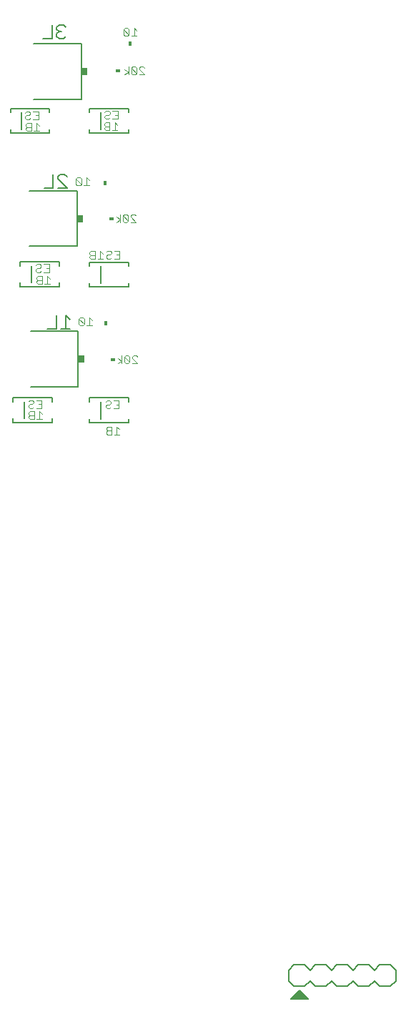
<source format=gbo>
G75*
G70*
%OFA0B0*%
%FSLAX24Y24*%
%IPPOS*%
%LPD*%
%AMOC8*
5,1,8,0,0,1.08239X$1,22.5*
%
%ADD10C,0.0030*%
%ADD11C,0.0060*%
%ADD12C,0.0080*%
%ADD13C,0.0050*%
%ADD14R,0.0157X0.0236*%
%ADD15R,0.0300X0.0340*%
%ADD16R,0.0236X0.0157*%
D10*
X022968Y031632D02*
X023153Y031632D01*
X023153Y032002D01*
X022968Y032002D01*
X022906Y031941D01*
X022906Y031879D01*
X022968Y031817D01*
X023153Y031817D01*
X022968Y031817D02*
X022906Y031756D01*
X022906Y031694D01*
X022968Y031632D01*
X023274Y031632D02*
X023521Y031632D01*
X023398Y031632D02*
X023398Y032002D01*
X023521Y031879D01*
X023496Y032857D02*
X023249Y032857D01*
X023128Y032919D02*
X023066Y032857D01*
X022943Y032857D01*
X022881Y032919D01*
X022881Y032981D01*
X022943Y033042D01*
X023066Y033042D01*
X023128Y033104D01*
X023128Y033166D01*
X023066Y033227D01*
X022943Y033227D01*
X022881Y033166D01*
X023249Y033227D02*
X023496Y033227D01*
X023496Y032857D01*
X023496Y033042D02*
X023373Y033042D01*
X023444Y034952D02*
X023629Y035076D01*
X023444Y035199D01*
X023629Y035322D02*
X023629Y034952D01*
X023751Y035014D02*
X023813Y034952D01*
X023936Y034952D01*
X023998Y035014D01*
X023751Y035261D01*
X023751Y035014D01*
X023751Y035261D02*
X023813Y035322D01*
X023936Y035322D01*
X023998Y035261D01*
X023998Y035014D01*
X024119Y034952D02*
X024366Y034952D01*
X024119Y035199D01*
X024119Y035261D01*
X024181Y035322D01*
X024304Y035322D01*
X024366Y035261D01*
X022246Y036717D02*
X021999Y036717D01*
X022123Y036717D02*
X022123Y037087D01*
X022246Y036964D01*
X021878Y037026D02*
X021878Y036779D01*
X021631Y037026D01*
X021631Y036779D01*
X021693Y036717D01*
X021816Y036717D01*
X021878Y036779D01*
X021878Y037026D02*
X021816Y037087D01*
X021693Y037087D01*
X021631Y037026D01*
X020278Y038657D02*
X020031Y038657D01*
X019909Y038657D02*
X019724Y038657D01*
X019663Y038719D01*
X019663Y038781D01*
X019724Y038842D01*
X019909Y038842D01*
X019724Y038842D02*
X019663Y038904D01*
X019663Y038966D01*
X019724Y039027D01*
X019909Y039027D01*
X019909Y038657D01*
X020154Y038657D02*
X020154Y039027D01*
X020278Y038904D01*
X020238Y039207D02*
X019991Y039207D01*
X019869Y039269D02*
X019808Y039207D01*
X019684Y039207D01*
X019623Y039269D01*
X019623Y039331D01*
X019684Y039392D01*
X019808Y039392D01*
X019869Y039454D01*
X019869Y039516D01*
X019808Y039577D01*
X019684Y039577D01*
X019623Y039516D01*
X019991Y039577D02*
X020238Y039577D01*
X020238Y039207D01*
X020238Y039392D02*
X020114Y039392D01*
X022136Y039879D02*
X022198Y039817D01*
X022383Y039817D01*
X022383Y040187D01*
X022198Y040187D01*
X022136Y040126D01*
X022136Y040064D01*
X022198Y040002D01*
X022383Y040002D01*
X022198Y040002D02*
X022136Y039941D01*
X022136Y039879D01*
X022504Y039817D02*
X022751Y039817D01*
X022628Y039817D02*
X022628Y040187D01*
X022751Y040064D01*
X022906Y040146D02*
X022968Y040207D01*
X023091Y040207D01*
X023153Y040146D01*
X023153Y040084D01*
X023091Y040022D01*
X022968Y040022D01*
X022906Y039961D01*
X022906Y039899D01*
X022968Y039837D01*
X023091Y039837D01*
X023153Y039899D01*
X023274Y039837D02*
X023521Y039837D01*
X023521Y040207D01*
X023274Y040207D01*
X023398Y040022D02*
X023521Y040022D01*
X023559Y041537D02*
X023559Y041907D01*
X023681Y041846D02*
X023928Y041599D01*
X023866Y041537D01*
X023743Y041537D01*
X023681Y041599D01*
X023681Y041846D01*
X023743Y041907D01*
X023866Y041907D01*
X023928Y041846D01*
X023928Y041599D01*
X024049Y041537D02*
X024296Y041537D01*
X024049Y041784D01*
X024049Y041846D01*
X024111Y041907D01*
X024234Y041907D01*
X024296Y041846D01*
X023559Y041661D02*
X023374Y041784D01*
X023559Y041661D02*
X023374Y041537D01*
X022116Y043247D02*
X021869Y043247D01*
X021993Y043247D02*
X021993Y043617D01*
X022116Y043494D01*
X021748Y043556D02*
X021686Y043617D01*
X021563Y043617D01*
X021501Y043556D01*
X021748Y043309D01*
X021686Y043247D01*
X021563Y043247D01*
X021501Y043309D01*
X021501Y043556D01*
X021748Y043556D02*
X021748Y043309D01*
X022878Y045817D02*
X023063Y045817D01*
X023063Y046187D01*
X022878Y046187D01*
X022816Y046126D01*
X022816Y046064D01*
X022878Y046002D01*
X023063Y046002D01*
X022878Y046002D02*
X022816Y045941D01*
X022816Y045879D01*
X022878Y045817D01*
X023184Y045817D02*
X023431Y045817D01*
X023308Y045817D02*
X023308Y046187D01*
X023431Y046064D01*
X023446Y046352D02*
X023199Y046352D01*
X023078Y046414D02*
X023016Y046352D01*
X022893Y046352D01*
X022831Y046414D01*
X022831Y046476D01*
X022893Y046537D01*
X023016Y046537D01*
X023078Y046599D01*
X023078Y046661D01*
X023016Y046722D01*
X022893Y046722D01*
X022831Y046661D01*
X023199Y046722D02*
X023446Y046722D01*
X023446Y046352D01*
X023446Y046537D02*
X023323Y046537D01*
X023764Y048412D02*
X023949Y048536D01*
X023764Y048659D01*
X023949Y048782D02*
X023949Y048412D01*
X024071Y048474D02*
X024133Y048412D01*
X024256Y048412D01*
X024318Y048474D01*
X024071Y048721D01*
X024071Y048474D01*
X024071Y048721D02*
X024133Y048782D01*
X024256Y048782D01*
X024318Y048721D01*
X024318Y048474D01*
X024439Y048412D02*
X024686Y048412D01*
X024439Y048659D01*
X024439Y048721D01*
X024501Y048782D01*
X024624Y048782D01*
X024686Y048721D01*
X024331Y050212D02*
X024084Y050212D01*
X024208Y050212D02*
X024208Y050582D01*
X024331Y050459D01*
X023963Y050521D02*
X023901Y050582D01*
X023778Y050582D01*
X023716Y050521D01*
X023963Y050274D01*
X023901Y050212D01*
X023778Y050212D01*
X023716Y050274D01*
X023716Y050521D01*
X023963Y050521D02*
X023963Y050274D01*
X019738Y046702D02*
X019738Y046332D01*
X019491Y046332D01*
X019369Y046394D02*
X019308Y046332D01*
X019184Y046332D01*
X019123Y046394D01*
X019123Y046456D01*
X019184Y046517D01*
X019308Y046517D01*
X019369Y046579D01*
X019369Y046641D01*
X019308Y046702D01*
X019184Y046702D01*
X019123Y046641D01*
X019491Y046702D02*
X019738Y046702D01*
X019738Y046517D02*
X019614Y046517D01*
X019659Y046157D02*
X019659Y045787D01*
X019536Y045787D02*
X019783Y045787D01*
X019783Y046034D02*
X019659Y046157D01*
X019414Y046157D02*
X019229Y046157D01*
X019168Y046096D01*
X019168Y046034D01*
X019229Y045972D01*
X019414Y045972D01*
X019229Y045972D02*
X019168Y045911D01*
X019168Y045849D01*
X019229Y045787D01*
X019414Y045787D01*
X019414Y046157D01*
X019339Y033242D02*
X019463Y033242D01*
X019524Y033181D01*
X019524Y033119D01*
X019463Y033057D01*
X019339Y033057D01*
X019278Y032996D01*
X019278Y032934D01*
X019339Y032872D01*
X019463Y032872D01*
X019524Y032934D01*
X019646Y032872D02*
X019893Y032872D01*
X019893Y033242D01*
X019646Y033242D01*
X019769Y033057D02*
X019893Y033057D01*
X019784Y032727D02*
X019784Y032357D01*
X019661Y032357D02*
X019908Y032357D01*
X019908Y032604D02*
X019784Y032727D01*
X019539Y032727D02*
X019354Y032727D01*
X019293Y032666D01*
X019293Y032604D01*
X019354Y032542D01*
X019539Y032542D01*
X019354Y032542D02*
X019293Y032481D01*
X019293Y032419D01*
X019354Y032357D01*
X019539Y032357D01*
X019539Y032727D01*
X019278Y033181D02*
X019339Y033242D01*
D11*
X020149Y036567D02*
X020576Y036567D01*
X020576Y037208D01*
X021007Y037208D02*
X021007Y036567D01*
X021220Y036567D02*
X020793Y036567D01*
X021220Y036994D02*
X021007Y037208D01*
X021075Y043117D02*
X020648Y043117D01*
X020431Y043117D02*
X020004Y043117D01*
X020431Y043117D02*
X020431Y043758D01*
X020648Y043651D02*
X020755Y043758D01*
X020968Y043758D01*
X021075Y043651D01*
X020648Y043651D02*
X020648Y043544D01*
X021075Y043117D01*
X020918Y050097D02*
X020705Y050097D01*
X020598Y050204D01*
X020598Y050311D01*
X020705Y050417D01*
X020812Y050417D01*
X020705Y050417D02*
X020598Y050524D01*
X020598Y050631D01*
X020705Y050738D01*
X020918Y050738D01*
X021025Y050631D01*
X021025Y050204D02*
X020918Y050097D01*
X020381Y050097D02*
X020381Y050738D01*
X020381Y050097D02*
X019954Y050097D01*
D12*
X019530Y049845D02*
X021750Y049845D01*
X021750Y047265D01*
X019530Y047265D01*
X018957Y046649D02*
X018957Y045861D01*
X018445Y045861D02*
X018445Y045680D01*
X020256Y045680D01*
X020256Y045861D01*
X020256Y046649D02*
X020256Y046830D01*
X018445Y046830D01*
X018445Y046649D01*
X022135Y046649D02*
X022135Y046830D01*
X023946Y046830D01*
X023946Y046649D01*
X023946Y045861D02*
X023946Y045680D01*
X022135Y045680D01*
X022135Y045861D01*
X022647Y045861D02*
X022647Y046649D01*
X021550Y042995D02*
X019330Y042995D01*
X021550Y042995D02*
X021550Y040415D01*
X019330Y040415D01*
X018895Y039680D02*
X018895Y039499D01*
X018895Y039680D02*
X020706Y039680D01*
X020706Y039499D01*
X020706Y038711D02*
X020706Y038530D01*
X018895Y038530D01*
X018895Y038711D01*
X019407Y038711D02*
X019407Y039499D01*
X022135Y039484D02*
X022135Y039665D01*
X023946Y039665D01*
X023946Y039484D01*
X023946Y038696D02*
X023946Y038515D01*
X022135Y038515D01*
X022135Y038696D01*
X022647Y038696D02*
X022647Y039484D01*
X021600Y036445D02*
X019380Y036445D01*
X021600Y036445D02*
X021600Y033865D01*
X019380Y033865D01*
X019077Y033174D02*
X019077Y032386D01*
X018565Y032386D02*
X018565Y032205D01*
X020376Y032205D01*
X020376Y032386D01*
X020376Y033174D02*
X020376Y033355D01*
X018565Y033355D01*
X018565Y033174D01*
X022135Y033164D02*
X022135Y033345D01*
X023946Y033345D01*
X023946Y033164D01*
X023946Y032376D02*
X023946Y032195D01*
X022135Y032195D01*
X022135Y032376D01*
X022647Y032376D02*
X022647Y033164D01*
X031666Y006922D02*
X032166Y006922D01*
X032416Y006672D01*
X032666Y006922D01*
X033166Y006922D01*
X033416Y006672D01*
X033666Y006922D01*
X034166Y006922D01*
X034416Y006672D01*
X034666Y006922D01*
X035166Y006922D01*
X035416Y006672D01*
X035666Y006922D01*
X036166Y006922D01*
X036416Y006672D01*
X036416Y006172D01*
X036166Y005922D01*
X035666Y005922D01*
X035416Y006172D01*
X035166Y005922D01*
X034666Y005922D01*
X034416Y006172D01*
X034166Y005922D01*
X033666Y005922D01*
X033416Y006172D01*
X033166Y005922D01*
X032666Y005922D01*
X032416Y006172D01*
X032166Y005922D01*
X031666Y005922D01*
X031416Y006172D01*
X031416Y006672D01*
X031666Y006922D01*
D13*
X031916Y005722D02*
X032316Y005322D01*
X031516Y005322D01*
X031916Y005722D01*
X031903Y005709D02*
X031929Y005709D01*
X031978Y005660D02*
X031854Y005660D01*
X031806Y005612D02*
X032026Y005612D01*
X032075Y005563D02*
X031757Y005563D01*
X031709Y005515D02*
X032123Y005515D01*
X032172Y005466D02*
X031660Y005466D01*
X031612Y005418D02*
X032221Y005418D01*
X032269Y005369D02*
X031563Y005369D01*
D14*
X022875Y036820D03*
X022865Y043345D03*
X024005Y049850D03*
D15*
X021900Y048555D03*
X021700Y041705D03*
X021750Y035155D03*
D16*
X023205Y035125D03*
X023150Y041705D03*
X023450Y048605D03*
M02*

</source>
